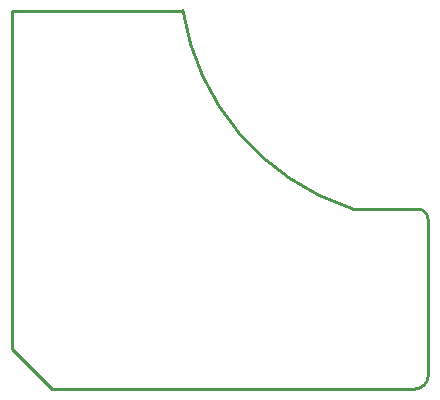
<source format=gko>
G04*
G04 #@! TF.GenerationSoftware,Altium Limited,Altium Designer,21.9.1 (22)*
G04*
G04 Layer_Color=16711935*
%FSLAX25Y25*%
%MOIN*%
G70*
G04*
G04 #@! TF.SameCoordinates,E1323236-0D64-4C8B-8FC9-1981637C6FB2*
G04*
G04*
G04 #@! TF.FilePolarity,Positive*
G04*
G01*
G75*
%ADD12C,0.01000*%
D12*
X382185Y-375541D02*
G03*
X386685Y-371041I0J4500D01*
G01*
X386637Y-319048D02*
G03*
X383143Y-315554I-3494J0D01*
G01*
X304916Y-249485D02*
G03*
X361157Y-315390I81687J12758D01*
G01*
X247921Y-249488D02*
X269394D01*
X304893D01*
X247921D02*
X247921Y-362218D01*
X261244Y-375541D01*
X311224D01*
X382185D01*
X386637Y-371041D02*
Y-319048D01*
X361104Y-315554D02*
X383143D01*
M02*

</source>
